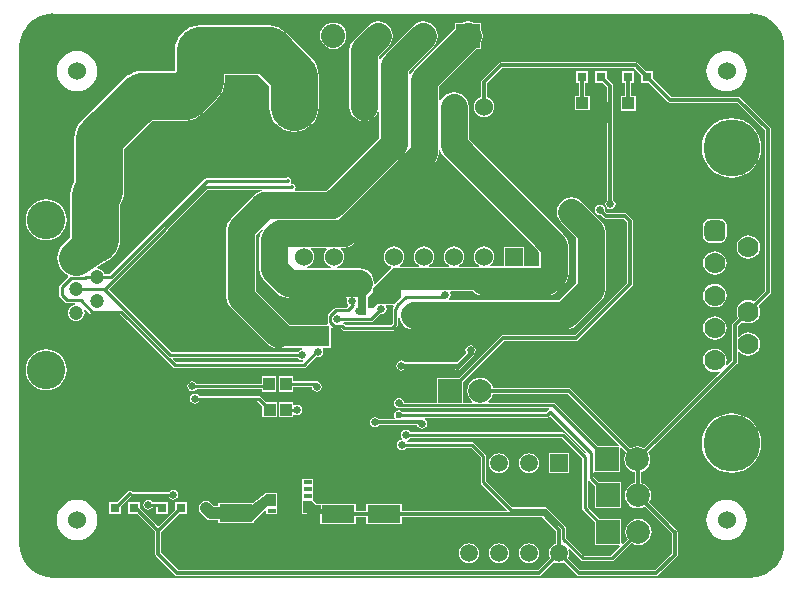
<source format=gtl>
G04 Layer_Physical_Order=1*
G04 Layer_Color=25308*
%FSLAX24Y24*%
%MOIN*%
G70*
G01*
G75*
%ADD10R,0.0315X0.1181*%
%ADD11R,0.0295X0.0157*%
%ADD12R,0.1102X0.0591*%
%ADD13R,0.0394X0.0433*%
%ADD14R,0.0413X0.0394*%
%ADD15R,0.0315X0.0315*%
%ADD16C,0.0100*%
%ADD17C,0.0492*%
%ADD18C,0.1575*%
%ADD19C,0.0886*%
%ADD20C,0.0118*%
%ADD21C,0.0394*%
%ADD22C,0.0157*%
%ADD23C,0.0197*%
%ADD24C,0.0887*%
%ADD25C,0.1181*%
%ADD26C,0.0591*%
%ADD27C,0.0689*%
%ADD28R,0.1319X0.1319*%
%ADD29R,0.6451X0.1306*%
%ADD30R,0.0870X0.2572*%
%ADD31R,0.1772X0.0709*%
%ADD32R,0.0315X0.0827*%
%ADD33R,0.2749X0.0732*%
%ADD34C,0.0600*%
%ADD35C,0.0472*%
%ADD36C,0.1280*%
%ADD37C,0.0591*%
%ADD38R,0.0591X0.0591*%
%ADD39C,0.0700*%
G04:AMPARAMS|DCode=40|XSize=70mil|YSize=70mil|CornerRadius=17.5mil|HoleSize=0mil|Usage=FLASHONLY|Rotation=90.000|XOffset=0mil|YOffset=0mil|HoleType=Round|Shape=RoundedRectangle|*
%AMROUNDEDRECTD40*
21,1,0.0700,0.0350,0,0,90.0*
21,1,0.0350,0.0700,0,0,90.0*
1,1,0.0350,0.0175,0.0175*
1,1,0.0350,0.0175,-0.0175*
1,1,0.0350,-0.0175,-0.0175*
1,1,0.0350,-0.0175,0.0175*
%
%ADD40ROUNDEDRECTD40*%
%ADD41C,0.1900*%
%ADD42R,0.0600X0.0600*%
%ADD43C,0.0787*%
%ADD44R,0.0787X0.0787*%
%ADD45C,0.1378*%
%ADD46R,0.1378X0.1378*%
%ADD47C,0.0800*%
%ADD48R,0.0800X0.0800*%
%ADD49C,0.0394*%
%ADD50C,0.0256*%
%ADD51C,0.0236*%
%ADD52C,0.0138*%
%ADD53C,0.0252*%
G36*
X28525Y44827D02*
X28699Y44785D01*
X28864Y44717D01*
X29017Y44623D01*
X29153Y44507D01*
X29269Y44371D01*
X29362Y44218D01*
X29431Y44053D01*
X29473Y43879D01*
X29486Y43708D01*
X29483Y43701D01*
Y27165D01*
X29486Y27158D01*
X29473Y26987D01*
X29431Y26813D01*
X29362Y26648D01*
X29269Y26495D01*
X29153Y26359D01*
X29017Y26243D01*
X28864Y26149D01*
X28699Y26081D01*
X28525Y26039D01*
X28353Y26026D01*
X28346Y26028D01*
X5118D01*
X5111Y26026D01*
X4940Y26039D01*
X4766Y26081D01*
X4600Y26149D01*
X4448Y26243D01*
X4312Y26359D01*
X4196Y26495D01*
X4102Y26648D01*
X4034Y26813D01*
X3992Y26987D01*
X3978Y27158D01*
X3981Y27165D01*
Y43651D01*
X3982Y43701D01*
X3982D01*
X3982D01*
X3983D01*
X3985Y43701D01*
X3985Y43701D01*
X3985D01*
X3985D01*
D01*
X3985Y43701D01*
Y43701D01*
X3984Y43714D01*
X3984Y43718D01*
X3984Y43723D01*
X3984Y43723D01*
X3983Y43726D01*
X3983Y43738D01*
X3983Y43739D01*
X3983Y43739D01*
X3982Y43747D01*
X3982Y43751D01*
X3986Y43799D01*
X3992Y43879D01*
X4034Y44053D01*
X4102Y44218D01*
X4196Y44371D01*
X4312Y44507D01*
X4448Y44623D01*
X4600Y44717D01*
X4766Y44785D01*
X4940Y44827D01*
X5111Y44841D01*
X5118Y44838D01*
X28346D01*
X28353Y44841D01*
X28525Y44827D01*
D02*
G37*
%LPC*%
G36*
X13114Y31885D02*
X12641D01*
Y31373D01*
X13114D01*
Y31449D01*
X13164Y31476D01*
X13180Y31464D01*
X13246Y31451D01*
X13311Y31464D01*
X13366Y31501D01*
X13403Y31557D01*
X13416Y31622D01*
X13403Y31687D01*
X13366Y31743D01*
X13311Y31780D01*
X13246Y31793D01*
X13180Y31780D01*
X13164Y31769D01*
X13114Y31795D01*
Y31885D01*
D02*
G37*
G36*
X13103Y32748D02*
X12630D01*
Y32236D01*
X13103D01*
Y32401D01*
X13728D01*
X13741Y32338D01*
X13778Y32283D01*
X13833Y32246D01*
X13898Y32233D01*
X13964Y32246D01*
X14019Y32283D01*
X14056Y32338D01*
X14069Y32404D01*
X14056Y32469D01*
X14019Y32524D01*
X13964Y32561D01*
X13898Y32574D01*
X13845Y32564D01*
X13827Y32576D01*
X13792Y32583D01*
X13103D01*
Y32748D01*
D02*
G37*
G36*
X27725Y31513D02*
X27531Y31493D01*
X27345Y31437D01*
X27173Y31345D01*
X27022Y31221D01*
X26899Y31071D01*
X26807Y30899D01*
X26750Y30712D01*
X26731Y30518D01*
X26750Y30324D01*
X26807Y30138D01*
X26899Y29966D01*
X27022Y29815D01*
X27173Y29692D01*
X27345Y29600D01*
X27531Y29543D01*
X27725Y29524D01*
X27919Y29543D01*
X28106Y29600D01*
X28278Y29692D01*
X28428Y29815D01*
X28552Y29966D01*
X28644Y30138D01*
X28700Y30324D01*
X28720Y30518D01*
X28700Y30712D01*
X28644Y30899D01*
X28552Y31071D01*
X28428Y31221D01*
X28278Y31345D01*
X28106Y31437D01*
X27919Y31493D01*
X27725Y31513D01*
D02*
G37*
G36*
X9843Y32167D02*
X9778Y32154D01*
X9723Y32117D01*
X9687Y32063D01*
X9674Y31998D01*
X9687Y31934D01*
X9723Y31879D01*
X9778Y31842D01*
X9843Y31829D01*
X9907Y31842D01*
X9962Y31879D01*
X9980Y31907D01*
X11919D01*
X12090Y31736D01*
Y31373D01*
X12563D01*
Y31885D01*
X12199D01*
X12022Y32062D01*
X11992Y32082D01*
X11957Y32089D01*
X9980D01*
X9962Y32117D01*
X9907Y32154D01*
X9843Y32167D01*
D02*
G37*
G36*
X19027Y33781D02*
X18961Y33768D01*
X18906Y33731D01*
X18869Y33676D01*
X18856Y33611D01*
X18869Y33545D01*
X18874Y33538D01*
X18557Y33220D01*
X18547Y33222D01*
X18547Y33222D01*
X16844D01*
X16844Y33223D01*
X16789Y33260D01*
X16723Y33273D01*
X16658Y33260D01*
X16603Y33223D01*
X16566Y33167D01*
X16553Y33102D01*
X16566Y33037D01*
X16603Y32981D01*
X16658Y32944D01*
X16723Y32931D01*
X16789Y32944D01*
X16844Y32981D01*
X16844Y32982D01*
X18499D01*
X18532Y32960D01*
X18578Y32950D01*
X18624Y32960D01*
X18663Y32986D01*
X19112Y33435D01*
X19112Y33435D01*
X19128Y33458D01*
X19138Y33474D01*
X19140Y33485D01*
X19147Y33490D01*
X19184Y33545D01*
X19197Y33611D01*
X19184Y33676D01*
X19147Y33731D01*
X19092Y33768D01*
X19027Y33781D01*
D02*
G37*
G36*
X27165Y34751D02*
X27064Y34738D01*
X26969Y34699D01*
X26888Y34636D01*
X26825Y34555D01*
X26786Y34460D01*
X26773Y34358D01*
X26786Y34257D01*
X26825Y34162D01*
X26888Y34081D01*
X26969Y34018D01*
X27064Y33979D01*
X27165Y33966D01*
X27267Y33979D01*
X27362Y34018D01*
X27443Y34081D01*
X27505Y34162D01*
X27545Y34257D01*
X27558Y34358D01*
X27545Y34460D01*
X27505Y34555D01*
X27443Y34636D01*
X27362Y34699D01*
X27267Y34738D01*
X27165Y34751D01*
D02*
G37*
G36*
X4882Y33643D02*
X4749Y33630D01*
X4621Y33591D01*
X4503Y33528D01*
X4399Y33443D01*
X4314Y33340D01*
X4251Y33222D01*
X4212Y33094D01*
X4199Y32961D01*
X4212Y32827D01*
X4251Y32699D01*
X4314Y32581D01*
X4399Y32478D01*
X4503Y32393D01*
X4621Y32330D01*
X4749Y32291D01*
X4882Y32278D01*
X5015Y32291D01*
X5143Y32330D01*
X5261Y32393D01*
X5365Y32478D01*
X5449Y32581D01*
X5513Y32699D01*
X5551Y32827D01*
X5565Y32961D01*
X5551Y33094D01*
X5513Y33222D01*
X5449Y33340D01*
X5365Y33443D01*
X5261Y33528D01*
X5143Y33591D01*
X5015Y33630D01*
X4882Y33643D01*
D02*
G37*
G36*
X12552Y32748D02*
X12079D01*
Y32503D01*
X9892D01*
X9873Y32531D01*
X9818Y32567D01*
X9754Y32580D01*
X9689Y32567D01*
X9635Y32531D01*
X9598Y32476D01*
X9585Y32411D01*
X9598Y32347D01*
X9635Y32292D01*
X9689Y32256D01*
X9754Y32243D01*
X9818Y32256D01*
X9873Y32292D01*
X9892Y32320D01*
X12079D01*
Y32236D01*
X12552D01*
Y32748D01*
D02*
G37*
G36*
X20972Y27184D02*
X20885Y27172D01*
X20804Y27139D01*
X20734Y27085D01*
X20680Y27015D01*
X20646Y26934D01*
X20635Y26846D01*
X20646Y26759D01*
X20680Y26678D01*
X20734Y26608D01*
X20804Y26554D01*
X20885Y26520D01*
X20972Y26509D01*
X21060Y26520D01*
X21141Y26554D01*
X21211Y26608D01*
X21265Y26678D01*
X21298Y26759D01*
X21310Y26846D01*
X21298Y26934D01*
X21265Y27015D01*
X21211Y27085D01*
X21141Y27139D01*
X21060Y27172D01*
X20972Y27184D01*
D02*
G37*
G36*
X5906Y28625D02*
X5774Y28612D01*
X5648Y28574D01*
X5532Y28512D01*
X5430Y28428D01*
X5346Y28326D01*
X5284Y28210D01*
X5246Y28084D01*
X5233Y27953D01*
X5246Y27822D01*
X5284Y27695D01*
X5346Y27579D01*
X5430Y27477D01*
X5532Y27394D01*
X5648Y27331D01*
X5774Y27293D01*
X5906Y27280D01*
X6037Y27293D01*
X6163Y27331D01*
X6279Y27394D01*
X6381Y27477D01*
X6465Y27579D01*
X6527Y27695D01*
X6565Y27822D01*
X6578Y27953D01*
X6565Y28084D01*
X6527Y28210D01*
X6465Y28326D01*
X6381Y28428D01*
X6279Y28512D01*
X6163Y28574D01*
X6037Y28612D01*
X5906Y28625D01*
D02*
G37*
G36*
X18972Y27184D02*
X18885Y27172D01*
X18804Y27139D01*
X18734Y27085D01*
X18680Y27015D01*
X18646Y26934D01*
X18635Y26846D01*
X18646Y26759D01*
X18680Y26678D01*
X18734Y26608D01*
X18804Y26554D01*
X18885Y26520D01*
X18972Y26509D01*
X19060Y26520D01*
X19141Y26554D01*
X19211Y26608D01*
X19265Y26678D01*
X19298Y26759D01*
X19310Y26846D01*
X19298Y26934D01*
X19265Y27015D01*
X19211Y27085D01*
X19141Y27139D01*
X19060Y27172D01*
X18972Y27184D01*
D02*
G37*
G36*
X19972D02*
X19885Y27172D01*
X19804Y27139D01*
X19734Y27085D01*
X19680Y27015D01*
X19646Y26934D01*
X19635Y26846D01*
X19646Y26759D01*
X19680Y26678D01*
X19734Y26608D01*
X19804Y26554D01*
X19885Y26520D01*
X19972Y26509D01*
X20060Y26520D01*
X20141Y26554D01*
X20211Y26608D01*
X20265Y26678D01*
X20298Y26759D01*
X20310Y26846D01*
X20298Y26934D01*
X20265Y27015D01*
X20211Y27085D01*
X20141Y27139D01*
X20060Y27172D01*
X19972Y27184D01*
D02*
G37*
G36*
X12539Y28862D02*
X12244D01*
X12236Y28858D01*
X12205D01*
Y28842D01*
X11785Y28524D01*
X10610D01*
Y28430D01*
X10473D01*
X10368Y28535D01*
X10290Y28587D01*
X10198Y28605D01*
X10105Y28587D01*
X10027Y28535D01*
X9975Y28457D01*
X9957Y28365D01*
X9975Y28272D01*
X10027Y28194D01*
X10203Y28019D01*
X10281Y27966D01*
X10373Y27948D01*
X10610D01*
Y27854D01*
X11791D01*
Y27912D01*
X12159Y28279D01*
X12205Y28260D01*
Y28150D01*
X12579D01*
Y28379D01*
X12582Y28425D01*
Y28425D01*
X12582Y28471D01*
Y28819D01*
X12579Y28827D01*
Y28858D01*
X12547D01*
X12539Y28862D01*
D02*
G37*
G36*
X9117Y28970D02*
X9051Y28957D01*
X8996Y28920D01*
X8976Y28890D01*
X7742D01*
X7725Y28907D01*
X7696Y28926D01*
X7661Y28933D01*
X7626Y28926D01*
X7597Y28907D01*
X7233Y28543D01*
X6969D01*
Y28150D01*
X7362D01*
Y28414D01*
X7665Y28718D01*
X7669Y28715D01*
X7704Y28708D01*
X8976D01*
X8996Y28679D01*
X9051Y28642D01*
X9117Y28629D01*
X9182Y28642D01*
X9237Y28679D01*
X9274Y28734D01*
X9287Y28799D01*
X9274Y28865D01*
X9237Y28920D01*
X9182Y28957D01*
X9117Y28970D01*
D02*
G37*
G36*
X27559Y28625D02*
X27428Y28612D01*
X27302Y28574D01*
X27185Y28512D01*
X27084Y28428D01*
X27000Y28326D01*
X26938Y28210D01*
X26899Y28084D01*
X26887Y27953D01*
X26899Y27822D01*
X26938Y27695D01*
X27000Y27579D01*
X27084Y27477D01*
X27185Y27394D01*
X27302Y27331D01*
X27428Y27293D01*
X27559Y27280D01*
X27690Y27293D01*
X27816Y27331D01*
X27933Y27394D01*
X28035Y27477D01*
X28118Y27579D01*
X28180Y27695D01*
X28219Y27822D01*
X28232Y27953D01*
X28219Y28084D01*
X28180Y28210D01*
X28118Y28326D01*
X28035Y28428D01*
X27933Y28512D01*
X27816Y28574D01*
X27690Y28612D01*
X27559Y28625D01*
D02*
G37*
G36*
X8287Y28635D02*
X8222Y28622D01*
X8167Y28585D01*
X8130Y28530D01*
X8117Y28465D01*
X8130Y28399D01*
X8167Y28344D01*
X8222Y28307D01*
X8287Y28294D01*
X8353Y28307D01*
X8408Y28344D01*
X8428Y28373D01*
X8543D01*
Y28150D01*
X8937D01*
Y28543D01*
X8684D01*
X8676Y28549D01*
X8641Y28556D01*
X8428D01*
X8408Y28585D01*
X8353Y28622D01*
X8287Y28635D01*
D02*
G37*
G36*
X27165Y35831D02*
X27064Y35818D01*
X26969Y35779D01*
X26888Y35716D01*
X26825Y35635D01*
X26786Y35540D01*
X26773Y35438D01*
X26786Y35337D01*
X26825Y35242D01*
X26888Y35161D01*
X26969Y35098D01*
X27064Y35059D01*
X27165Y35046D01*
X27267Y35059D01*
X27362Y35098D01*
X27443Y35161D01*
X27505Y35242D01*
X27545Y35337D01*
X27558Y35438D01*
X27545Y35540D01*
X27505Y35635D01*
X27443Y35716D01*
X27362Y35779D01*
X27267Y35818D01*
X27165Y35831D01*
D02*
G37*
G36*
X28285Y37451D02*
X28184Y37438D01*
X28089Y37399D01*
X28008Y37336D01*
X27945Y37255D01*
X27906Y37160D01*
X27893Y37058D01*
X27906Y36957D01*
X27945Y36862D01*
X28008Y36781D01*
X28089Y36718D01*
X28184Y36679D01*
X28285Y36666D01*
X28387Y36679D01*
X28482Y36718D01*
X28563Y36781D01*
X28625Y36862D01*
X28665Y36957D01*
X28678Y37058D01*
X28665Y37160D01*
X28625Y37255D01*
X28563Y37336D01*
X28482Y37399D01*
X28387Y37438D01*
X28285Y37451D01*
D02*
G37*
G36*
X4882Y38643D02*
X4749Y38630D01*
X4621Y38591D01*
X4503Y38528D01*
X4399Y38443D01*
X4314Y38340D01*
X4251Y38222D01*
X4212Y38094D01*
X4199Y37961D01*
X4212Y37827D01*
X4251Y37699D01*
X4314Y37581D01*
X4399Y37478D01*
X4503Y37393D01*
X4621Y37330D01*
X4749Y37291D01*
X4882Y37278D01*
X5015Y37291D01*
X5143Y37330D01*
X5261Y37393D01*
X5365Y37478D01*
X5449Y37581D01*
X5513Y37699D01*
X5551Y37827D01*
X5565Y37961D01*
X5551Y38094D01*
X5513Y38222D01*
X5449Y38340D01*
X5365Y38443D01*
X5261Y38528D01*
X5143Y38591D01*
X5015Y38630D01*
X4882Y38643D01*
D02*
G37*
G36*
X14447Y44538D02*
X14332Y44523D01*
X14225Y44478D01*
X14133Y44408D01*
X14063Y44316D01*
X14019Y44209D01*
X14004Y44094D01*
X14019Y43980D01*
X14063Y43873D01*
X14133Y43781D01*
X14225Y43711D01*
X14332Y43666D01*
X14447Y43651D01*
X14562Y43666D01*
X14668Y43711D01*
X14760Y43781D01*
X14831Y43873D01*
X14875Y43980D01*
X14890Y44094D01*
X14875Y44209D01*
X14831Y44316D01*
X14760Y44408D01*
X14668Y44478D01*
X14562Y44523D01*
X14447Y44538D01*
D02*
G37*
G36*
X23575Y42919D02*
X23181D01*
Y42525D01*
X23433D01*
X23587Y42371D01*
Y38618D01*
X23567Y38605D01*
X23530Y38550D01*
X23517Y38484D01*
X23530Y38419D01*
X23567Y38364D01*
X23623Y38327D01*
X23688Y38314D01*
X23753Y38327D01*
X23808Y38364D01*
X23845Y38419D01*
X23858Y38484D01*
X23845Y38550D01*
X23808Y38605D01*
X23788Y38618D01*
Y42412D01*
X23782Y42444D01*
X23781Y42451D01*
X23759Y42483D01*
X23575Y42667D01*
Y42919D01*
D02*
G37*
G36*
X27340Y37992D02*
X26990D01*
X26907Y37975D01*
X26836Y37928D01*
X26788Y37857D01*
X26772Y37773D01*
Y37423D01*
X26788Y37340D01*
X26836Y37269D01*
X26907Y37221D01*
X26990Y37205D01*
X27340D01*
X27424Y37221D01*
X27495Y37269D01*
X27542Y37340D01*
X27559Y37423D01*
Y37773D01*
X27542Y37857D01*
X27495Y37928D01*
X27424Y37975D01*
X27340Y37992D01*
D02*
G37*
G36*
X27725Y41353D02*
X27531Y41333D01*
X27345Y41277D01*
X27173Y41185D01*
X27022Y41061D01*
X26899Y40911D01*
X26807Y40739D01*
X26750Y40552D01*
X26731Y40358D01*
X26750Y40164D01*
X26807Y39978D01*
X26899Y39806D01*
X27022Y39655D01*
X27173Y39532D01*
X27345Y39440D01*
X27531Y39383D01*
X27725Y39364D01*
X27919Y39383D01*
X28106Y39440D01*
X28278Y39532D01*
X28428Y39655D01*
X28552Y39806D01*
X28644Y39978D01*
X28700Y40164D01*
X28720Y40358D01*
X28700Y40552D01*
X28644Y40739D01*
X28552Y40911D01*
X28428Y41061D01*
X28278Y41185D01*
X28106Y41277D01*
X27919Y41333D01*
X27725Y41353D01*
D02*
G37*
G36*
X18947Y44582D02*
X18821Y44565D01*
X18746Y44534D01*
X18507D01*
Y44344D01*
X17128Y42964D01*
X17051Y42864D01*
X17009Y42764D01*
X16959Y42774D01*
Y42919D01*
X17791Y43751D01*
X17868Y43851D01*
X17917Y43969D01*
X17933Y44094D01*
X17917Y44220D01*
X17868Y44338D01*
X17791Y44438D01*
X17690Y44516D01*
X17573Y44564D01*
X17447Y44581D01*
X17321Y44564D01*
X17204Y44516D01*
X17103Y44438D01*
X16191Y43527D01*
X16165Y43493D01*
X16128Y43464D01*
X16051Y43364D01*
X16009Y43263D01*
X15959Y43273D01*
Y43419D01*
X16291Y43751D01*
X16368Y43851D01*
X16417Y43969D01*
X16433Y44094D01*
X16417Y44220D01*
X16368Y44338D01*
X16291Y44438D01*
X16190Y44516D01*
X16073Y44564D01*
X15947Y44581D01*
X15821Y44564D01*
X15704Y44516D01*
X15603Y44438D01*
X15128Y43964D01*
X15051Y43863D01*
X15003Y43746D01*
X14986Y43620D01*
X14986Y43620D01*
Y41732D01*
X15003Y41606D01*
X15051Y41489D01*
X15128Y41388D01*
X15229Y41311D01*
X15347Y41262D01*
X15472Y41246D01*
X15598Y41262D01*
X15716Y41311D01*
X15816Y41388D01*
X15894Y41489D01*
X15936Y41591D01*
X15986Y41581D01*
Y40693D01*
X14219Y38926D01*
X13173D01*
X13157Y38976D01*
X13159Y38977D01*
X13183Y39013D01*
X13191Y39055D01*
X13183Y39097D01*
X13159Y39133D01*
X13123Y39157D01*
X13081Y39166D01*
X13054Y39160D01*
X13054Y39160D01*
X13029Y39206D01*
X13045Y39229D01*
X13053Y39272D01*
X13045Y39314D01*
X13021Y39350D01*
X12985Y39374D01*
X12943Y39382D01*
X12901Y39374D01*
X12884Y39363D01*
X10236D01*
X10201Y39356D01*
X10172Y39336D01*
X6986Y36150D01*
X6843D01*
X6823Y36198D01*
X6779Y36256D01*
X6722Y36300D01*
X6655Y36328D01*
X6597Y36335D01*
X6582Y36382D01*
X6582Y36385D01*
X6892Y36587D01*
X6977Y36632D01*
X7103Y36735D01*
X7207Y36861D01*
X7283Y37005D01*
X7331Y37161D01*
X7347Y37323D01*
Y38468D01*
X7411Y38590D01*
X7459Y38745D01*
X7474Y38907D01*
Y40330D01*
X8411Y41266D01*
X9510D01*
X9672Y41282D01*
X9828Y41329D01*
X9972Y41406D01*
X10097Y41509D01*
X10582Y41994D01*
X10685Y42120D01*
X10762Y42263D01*
X10809Y42419D01*
X10825Y42581D01*
X10825Y42581D01*
Y42782D01*
X11949D01*
X12310Y42421D01*
Y41732D01*
X12326Y41570D01*
X12373Y41414D01*
X12450Y41271D01*
X12553Y41145D01*
X12679Y41042D01*
X12823Y40965D01*
X12978Y40917D01*
X13141Y40902D01*
X13303Y40917D01*
X13458Y40965D01*
X13602Y41042D01*
X13728Y41145D01*
X13831Y41271D01*
X13908Y41414D01*
X13955Y41570D01*
X13971Y41732D01*
Y42765D01*
X13955Y42927D01*
X13908Y43083D01*
X13831Y43227D01*
X13728Y43352D01*
X12880Y44200D01*
X12754Y44303D01*
X12611Y44380D01*
X12455Y44427D01*
X12293Y44443D01*
X9994D01*
X9832Y44427D01*
X9676Y44380D01*
X9533Y44303D01*
X9407Y44200D01*
X9304Y44074D01*
X9227Y43931D01*
X9180Y43775D01*
X9164Y43613D01*
Y42928D01*
X8067D01*
X7905Y42912D01*
X7749Y42864D01*
X7699Y42838D01*
X7605Y42788D01*
X7479Y42684D01*
X6056Y41261D01*
X5953Y41135D01*
X5876Y40992D01*
X5829Y40836D01*
X5813Y40674D01*
Y39219D01*
X5748Y39097D01*
X5701Y38942D01*
X5685Y38780D01*
Y37387D01*
X5434Y37137D01*
X5356Y37041D01*
X5297Y36931D01*
X5261Y36812D01*
X5249Y36689D01*
X5261Y36565D01*
X5297Y36447D01*
X5356Y36337D01*
X5434Y36241D01*
X5530Y36163D01*
X5610Y36120D01*
X5615Y36107D01*
X5616Y36060D01*
X5329Y35773D01*
X5310Y35744D01*
X5303Y35709D01*
Y35453D01*
X5310Y35418D01*
X5329Y35388D01*
X5506Y35211D01*
X5536Y35191D01*
X5571Y35184D01*
X5848D01*
X5851Y35183D01*
X5849Y35155D01*
X5838Y35130D01*
X5810Y35127D01*
X5743Y35099D01*
X5685Y35055D01*
X5641Y34997D01*
X5613Y34930D01*
X5604Y34858D01*
X5613Y34786D01*
X5641Y34719D01*
X5685Y34662D01*
X5743Y34618D01*
X5810Y34590D01*
X5882Y34580D01*
X5954Y34590D01*
X6021Y34618D01*
X6078Y34662D01*
X6123Y34719D01*
X6150Y34786D01*
X6160Y34858D01*
X6150Y34930D01*
X6137Y34963D01*
X6179Y34991D01*
X6333Y34837D01*
X6353Y34824D01*
X6363Y34817D01*
X6398Y34810D01*
X7340D01*
X9095Y33056D01*
X9125Y33036D01*
X9159Y33029D01*
X13461D01*
X13496Y33036D01*
X13525Y33056D01*
X13869Y33399D01*
X13874Y33396D01*
X13939Y33383D01*
X14005Y33396D01*
X14060Y33433D01*
X14097Y33488D01*
X14110Y33553D01*
X14097Y33618D01*
X14091Y33628D01*
X14117Y33678D01*
X14321D01*
X14351Y33690D01*
X14363Y33720D01*
Y34357D01*
X14392Y34369D01*
X14413Y34373D01*
X14432Y34361D01*
X14442Y34354D01*
X14477Y34347D01*
X14697D01*
X14758Y34286D01*
X14788Y34266D01*
X14823Y34259D01*
X16398D01*
X16433Y34266D01*
X16462Y34286D01*
X16582Y34406D01*
X16602Y34435D01*
X16609Y34470D01*
Y34694D01*
X16659Y34698D01*
X16663Y34667D01*
X16711Y34550D01*
X16789Y34449D01*
X16889Y34372D01*
X17007Y34323D01*
X17133Y34307D01*
X22190D01*
X22190Y34307D01*
X22316Y34323D01*
X22433Y34372D01*
X22534Y34449D01*
X23386Y35302D01*
X23386Y35302D01*
X23463Y35402D01*
X23512Y35520D01*
X23529Y35646D01*
X23529Y35646D01*
Y37569D01*
X23529Y37569D01*
X23512Y37695D01*
X23463Y37813D01*
X23386Y37913D01*
X22731Y38568D01*
X22631Y38645D01*
X22513Y38694D01*
X22387Y38710D01*
X22262Y38694D01*
X22144Y38645D01*
X22043Y38568D01*
X21966Y38467D01*
X21918Y38350D01*
X21901Y38224D01*
X21918Y38098D01*
X21966Y37981D01*
X22043Y37880D01*
X22556Y37368D01*
Y35847D01*
X21988Y35280D01*
X18325D01*
X18310Y35318D01*
X18308Y35330D01*
X18344Y35383D01*
X18357Y35448D01*
X18344Y35514D01*
X18337Y35524D01*
X18364Y35574D01*
X19115D01*
X19204Y35505D01*
X19321Y35457D01*
X19447Y35440D01*
X21566D01*
X21566Y35440D01*
X21692Y35457D01*
X21809Y35505D01*
X21910Y35583D01*
X22153Y35826D01*
X22153Y35826D01*
X22197Y35883D01*
X22230Y35927D01*
X22279Y36044D01*
X22295Y36170D01*
Y37105D01*
X22279Y37231D01*
X22230Y37348D01*
X22153Y37449D01*
X22153Y37449D01*
X18959Y40643D01*
Y41732D01*
X18942Y41858D01*
X18894Y41976D01*
X18816Y42076D01*
X18716Y42154D01*
X18598Y42202D01*
X18472Y42219D01*
X18347Y42202D01*
X18229Y42154D01*
X18128Y42076D01*
X18051Y41976D01*
X18009Y41873D01*
X17959Y41883D01*
Y42418D01*
X19196Y43655D01*
X19386D01*
Y43893D01*
X19417Y43968D01*
X19434Y44094D01*
X19417Y44221D01*
X19386Y44296D01*
Y44534D01*
X19148D01*
X19073Y44565D01*
X18947Y44582D01*
D02*
G37*
G36*
X22945Y42919D02*
X22551D01*
Y42525D01*
X22649D01*
Y42085D01*
X22504D01*
Y41613D01*
X22996D01*
Y42085D01*
X22850D01*
Y42525D01*
X22945D01*
Y42919D01*
D02*
G37*
G36*
X5906Y43586D02*
X5774Y43573D01*
X5648Y43535D01*
X5532Y43473D01*
X5430Y43389D01*
X5346Y43287D01*
X5284Y43171D01*
X5246Y43045D01*
X5233Y42913D01*
X5246Y42782D01*
X5284Y42656D01*
X5346Y42540D01*
X5430Y42438D01*
X5532Y42354D01*
X5648Y42292D01*
X5774Y42254D01*
X5906Y42241D01*
X6037Y42254D01*
X6163Y42292D01*
X6279Y42354D01*
X6381Y42438D01*
X6465Y42540D01*
X6527Y42656D01*
X6565Y42782D01*
X6578Y42913D01*
X6565Y43045D01*
X6527Y43171D01*
X6465Y43287D01*
X6381Y43389D01*
X6279Y43473D01*
X6163Y43535D01*
X6037Y43573D01*
X5906Y43586D01*
D02*
G37*
G36*
X27559D02*
X27428Y43573D01*
X27302Y43535D01*
X27185Y43473D01*
X27084Y43389D01*
X27000Y43287D01*
X26938Y43171D01*
X26899Y43045D01*
X26887Y42913D01*
X26899Y42782D01*
X26938Y42656D01*
X27000Y42540D01*
X27084Y42438D01*
X27185Y42354D01*
X27302Y42292D01*
X27428Y42254D01*
X27559Y42241D01*
X27690Y42254D01*
X27816Y42292D01*
X27933Y42354D01*
X28035Y42438D01*
X28118Y42540D01*
X28180Y42656D01*
X28219Y42782D01*
X28232Y42913D01*
X28219Y43045D01*
X28180Y43171D01*
X28118Y43287D01*
X28035Y43389D01*
X27933Y43473D01*
X27816Y43535D01*
X27690Y43573D01*
X27559Y43586D01*
D02*
G37*
G36*
X27165Y36911D02*
X27064Y36898D01*
X26969Y36859D01*
X26888Y36796D01*
X26825Y36715D01*
X26786Y36620D01*
X26773Y36518D01*
X26786Y36417D01*
X26825Y36322D01*
X26888Y36241D01*
X26969Y36178D01*
X27064Y36139D01*
X27165Y36126D01*
X27267Y36139D01*
X27362Y36178D01*
X27443Y36241D01*
X27505Y36322D01*
X27545Y36417D01*
X27558Y36518D01*
X27545Y36620D01*
X27505Y36715D01*
X27443Y36796D01*
X27362Y36859D01*
X27267Y36898D01*
X27165Y36911D01*
D02*
G37*
G36*
X24477Y42928D02*
X24083D01*
Y42534D01*
X24180D01*
Y42105D01*
X24054D01*
Y41593D01*
X24526D01*
Y42105D01*
X24380D01*
Y42534D01*
X24477D01*
Y42928D01*
D02*
G37*
G36*
X24530Y43212D02*
X20030D01*
X19992Y43204D01*
X19959Y43182D01*
X19401Y42625D01*
X19380Y42592D01*
X19372Y42554D01*
Y42058D01*
X19301Y42029D01*
X19230Y41974D01*
X19176Y41903D01*
X19142Y41821D01*
X19130Y41732D01*
X19142Y41644D01*
X19176Y41561D01*
X19230Y41490D01*
X19301Y41436D01*
X19384Y41402D01*
X19472Y41390D01*
X19561Y41402D01*
X19644Y41436D01*
X19714Y41490D01*
X19769Y41561D01*
X19803Y41644D01*
X19815Y41732D01*
X19803Y41821D01*
X19769Y41903D01*
X19714Y41974D01*
X19644Y42029D01*
X19573Y42058D01*
Y42512D01*
X20071Y43011D01*
X24488D01*
X24713Y42786D01*
Y42534D01*
X24965D01*
X25604Y41895D01*
X25626Y41880D01*
X25637Y41873D01*
X25675Y41865D01*
X27912D01*
X28837Y40941D01*
Y35592D01*
X28483Y35238D01*
X28482Y35239D01*
X28387Y35278D01*
X28285Y35291D01*
X28184Y35278D01*
X28089Y35239D01*
X28008Y35176D01*
X27945Y35095D01*
X27906Y35000D01*
X27893Y34898D01*
X27906Y34797D01*
X27945Y34702D01*
X27946Y34701D01*
X27764Y34519D01*
X27742Y34486D01*
X27734Y34448D01*
Y33274D01*
X27572Y33111D01*
X27529Y33140D01*
X27545Y33177D01*
X27558Y33278D01*
X27545Y33380D01*
X27505Y33475D01*
X27443Y33556D01*
X27362Y33619D01*
X27267Y33658D01*
X27165Y33671D01*
X27064Y33658D01*
X26969Y33619D01*
X26888Y33556D01*
X26825Y33475D01*
X26786Y33380D01*
X26773Y33278D01*
X26786Y33177D01*
X26825Y33082D01*
X26888Y33001D01*
X26969Y32938D01*
X27064Y32899D01*
X27165Y32886D01*
X27267Y32899D01*
X27304Y32915D01*
X27333Y32872D01*
X24811Y30351D01*
X24801Y30359D01*
X24696Y30402D01*
X24583Y30417D01*
X24470Y30402D01*
X24364Y30359D01*
X24354Y30351D01*
X22370Y32335D01*
X22338Y32356D01*
X22299Y32364D01*
X19770D01*
X19768Y32377D01*
X19725Y32482D01*
X19655Y32573D01*
X19565Y32642D01*
X19460Y32686D01*
X19346Y32701D01*
X19233Y32686D01*
X19128Y32642D01*
X19038Y32573D01*
X18968Y32482D01*
X18925Y32377D01*
X18910Y32264D01*
X18925Y32151D01*
X18968Y32045D01*
X19038Y31955D01*
X19081Y31922D01*
X19064Y31872D01*
X18780D01*
Y32555D01*
X20147Y33923D01*
X22549D01*
X22587Y33931D01*
X22620Y33952D01*
X24415Y35748D01*
X24437Y35780D01*
X24444Y35819D01*
Y37933D01*
X24437Y37971D01*
X24415Y38004D01*
X24247Y38171D01*
X24215Y38193D01*
X24176Y38201D01*
X23566D01*
X23504Y38263D01*
X23508Y38287D01*
X23495Y38353D01*
X23458Y38408D01*
X23403Y38445D01*
X23338Y38458D01*
X23273Y38445D01*
X23217Y38408D01*
X23180Y38353D01*
X23167Y38287D01*
X23180Y38222D01*
X23217Y38167D01*
X23273Y38130D01*
X23338Y38117D01*
X23362Y38122D01*
X23454Y38029D01*
X23486Y38008D01*
X23525Y38000D01*
X24135D01*
X24244Y37891D01*
Y35860D01*
X22507Y34124D01*
X20106D01*
X20068Y34116D01*
X20035Y34094D01*
X18638Y32697D01*
X17913D01*
Y31872D01*
X16810D01*
X16801Y31916D01*
X16764Y31971D01*
X16709Y32008D01*
X16644Y32021D01*
X16578Y32008D01*
X16523Y31971D01*
X16486Y31916D01*
X16473Y31850D01*
X16486Y31785D01*
X16523Y31730D01*
X16578Y31693D01*
X16644Y31680D01*
X16703Y31692D01*
X16713Y31690D01*
X21635D01*
X21640Y31640D01*
X21638Y31639D01*
X21609Y31620D01*
X21537Y31548D01*
X16762D01*
X16747Y31570D01*
X16695Y31605D01*
X16634Y31617D01*
X16572Y31605D01*
X16520Y31570D01*
X16486Y31518D01*
X16473Y31457D01*
X16486Y31395D01*
X16508Y31361D01*
X16485Y31311D01*
X15971D01*
X15957Y31331D01*
X15902Y31368D01*
X15837Y31381D01*
X15771Y31368D01*
X15716Y31331D01*
X15679Y31276D01*
X15666Y31211D01*
X15679Y31145D01*
X15716Y31090D01*
X15771Y31053D01*
X15837Y31040D01*
X15902Y31053D01*
X15957Y31090D01*
X15971Y31110D01*
X17248D01*
X17250Y31101D01*
X17287Y31046D01*
X17343Y31009D01*
X17408Y30996D01*
X17473Y31009D01*
X17529Y31046D01*
X17565Y31101D01*
X17578Y31167D01*
X17565Y31232D01*
X17529Y31287D01*
X17486Y31316D01*
X17501Y31366D01*
X21575D01*
X21610Y31373D01*
X21639Y31392D01*
X21648Y31401D01*
X21698D01*
X22909Y30191D01*
X22910Y30187D01*
X22909Y30184D01*
X22853Y30169D01*
X22171Y30852D01*
X22141Y30872D01*
X22106Y30879D01*
X17010D01*
X16991Y30908D01*
X16935Y30945D01*
X16870Y30958D01*
X16805Y30945D01*
X16749Y30908D01*
X16712Y30853D01*
X16699Y30787D01*
X16712Y30722D01*
X16740Y30681D01*
X16724Y30635D01*
X16719Y30629D01*
X16677Y30620D01*
X16622Y30583D01*
X16585Y30528D01*
X16572Y30463D01*
X16585Y30397D01*
X16622Y30342D01*
X16677Y30305D01*
X16726Y30295D01*
X16759D01*
X16808Y30305D01*
X16863Y30342D01*
X16883Y30371D01*
X19047D01*
X19358Y30061D01*
Y29226D01*
X19365Y29191D01*
X19384Y29161D01*
X20249Y28296D01*
X20230Y28250D01*
X16732D01*
Y28484D01*
X15551D01*
Y28250D01*
X15197D01*
Y28484D01*
X14063D01*
X14055Y28488D01*
X13896D01*
X13780Y28604D01*
Y28622D01*
Y28858D01*
Y29044D01*
X13780Y29094D01*
Y29094D01*
D01*
X13780Y29144D01*
Y29331D01*
X13406D01*
Y29144D01*
X13406Y29094D01*
Y29094D01*
X13406Y29044D01*
Y28858D01*
Y28622D01*
Y28591D01*
X13402Y28583D01*
Y28189D01*
X13406Y28181D01*
Y28150D01*
X13437D01*
X13445Y28146D01*
X13962D01*
X13964Y28147D01*
X14016D01*
Y27815D01*
X15197D01*
Y28049D01*
X15551D01*
Y27815D01*
X16732D01*
Y28049D01*
X21415D01*
X21872Y27592D01*
Y27167D01*
X21804Y27139D01*
X21734Y27085D01*
X21680Y27015D01*
X21646Y26934D01*
X21635Y26846D01*
X21646Y26759D01*
X21675Y26691D01*
X21266Y26281D01*
X9294D01*
X8722Y26853D01*
Y27557D01*
X9315Y28150D01*
X9567D01*
Y28543D01*
X9173D01*
Y28292D01*
X8647Y27765D01*
X8597D01*
X7992Y28370D01*
Y28543D01*
X7598D01*
Y28150D01*
X7929D01*
X8522Y27557D01*
Y26811D01*
X8529Y26773D01*
X8551Y26740D01*
X9181Y26110D01*
X9214Y26088D01*
X9220Y26087D01*
X9252Y26081D01*
X21307D01*
X21345Y26088D01*
X21378Y26110D01*
X21817Y26549D01*
X21885Y26520D01*
X21972Y26509D01*
X22060Y26520D01*
X22128Y26549D01*
X22567Y26110D01*
X22599Y26088D01*
X22638Y26081D01*
X25217D01*
X25255Y26088D01*
X25287Y26110D01*
X25898Y26720D01*
X25912Y26742D01*
X25919Y26753D01*
X25927Y26791D01*
Y27559D01*
X25919Y27597D01*
X25898Y27630D01*
X25886Y27638D01*
X24973Y28551D01*
X24981Y28561D01*
X25024Y28666D01*
X25039Y28780D01*
X25024Y28893D01*
X24981Y28998D01*
X24911Y29088D01*
X24821Y29158D01*
X24715Y29201D01*
X24703Y29203D01*
Y29561D01*
X24801Y29602D01*
X24892Y29671D01*
X24961Y29762D01*
X25005Y29867D01*
X25019Y29980D01*
X25005Y30093D01*
X24961Y30199D01*
X24953Y30209D01*
X27906Y33161D01*
X27927Y33194D01*
X27935Y33232D01*
Y33553D01*
X27985Y33570D01*
X28008Y33541D01*
X28089Y33478D01*
X28184Y33439D01*
X28285Y33426D01*
X28387Y33439D01*
X28482Y33478D01*
X28563Y33541D01*
X28625Y33622D01*
X28665Y33717D01*
X28678Y33818D01*
X28665Y33920D01*
X28625Y34015D01*
X28563Y34096D01*
X28482Y34159D01*
X28387Y34198D01*
X28285Y34211D01*
X28184Y34198D01*
X28089Y34159D01*
X28008Y34096D01*
X27985Y34067D01*
X27935Y34084D01*
Y34406D01*
X28088Y34559D01*
X28089Y34558D01*
X28184Y34519D01*
X28285Y34506D01*
X28387Y34519D01*
X28482Y34558D01*
X28563Y34621D01*
X28625Y34702D01*
X28665Y34797D01*
X28678Y34898D01*
X28665Y35000D01*
X28625Y35095D01*
X28625Y35096D01*
X29008Y35479D01*
X29030Y35512D01*
X29037Y35550D01*
Y40982D01*
X29030Y41021D01*
X29008Y41053D01*
X28024Y42037D01*
X27992Y42058D01*
X27954Y42066D01*
X25717D01*
X25107Y42676D01*
Y42928D01*
X24855D01*
X24600Y43182D01*
X24568Y43204D01*
X24530Y43212D01*
D02*
G37*
%LPD*%
G36*
X13878Y28445D02*
X14055D01*
Y28282D01*
X13962Y28189D01*
X13445D01*
Y28583D01*
X13740D01*
X13878Y28445D01*
D02*
G37*
G36*
X22744Y30021D02*
Y28346D01*
X22750Y28312D01*
X22770Y28282D01*
X23189Y27863D01*
Y27126D01*
X23989D01*
X24010Y27076D01*
X23698Y26764D01*
X22813D01*
X22212Y27366D01*
Y27695D01*
X22205Y27730D01*
X22185Y27760D01*
X21583Y28362D01*
X21553Y28382D01*
X21518Y28389D01*
X20414D01*
X19540Y29263D01*
Y30098D01*
X19533Y30133D01*
X19513Y30163D01*
X19149Y30527D01*
X19120Y30547D01*
X19085Y30554D01*
X16920D01*
X16906Y30573D01*
X16928Y30628D01*
X16935Y30630D01*
X16991Y30667D01*
X17010Y30696D01*
X22069D01*
X22744Y30021D01*
D02*
G37*
G36*
X12539Y28425D02*
X12264D01*
X12244Y28445D01*
Y28425D01*
X11752Y27933D01*
Y28445D01*
X12244Y28819D01*
X12539D01*
Y28425D01*
D02*
G37*
G36*
X24212Y30209D02*
X24204Y30199D01*
X24161Y30093D01*
X24146Y29980D01*
X24161Y29867D01*
X24204Y29762D01*
X24274Y29671D01*
X24364Y29602D01*
X24470Y29558D01*
X24502Y29554D01*
Y29203D01*
X24489Y29201D01*
X24384Y29158D01*
X24293Y29088D01*
X24224Y28998D01*
X24180Y28893D01*
X24166Y28780D01*
X24180Y28666D01*
X24224Y28561D01*
X24293Y28471D01*
X24384Y28401D01*
X24489Y28358D01*
X24602Y28343D01*
X24715Y28358D01*
X24821Y28401D01*
X24831Y28409D01*
X25726Y27514D01*
Y26833D01*
X25175Y26281D01*
X22679D01*
X22270Y26691D01*
X22298Y26759D01*
X22310Y26846D01*
X22298Y26934D01*
X22286Y26963D01*
X22329Y26991D01*
X22711Y26609D01*
X22741Y26589D01*
X22776Y26582D01*
X23736D01*
X23771Y26589D01*
X23801Y26609D01*
X24386Y27194D01*
X24404Y27181D01*
X24509Y27137D01*
X24622Y27122D01*
X24735Y27137D01*
X24840Y27181D01*
X24931Y27250D01*
X25000Y27341D01*
X25044Y27446D01*
X25059Y27559D01*
X25044Y27672D01*
X25000Y27777D01*
X24931Y27868D01*
X24840Y27937D01*
X24735Y27981D01*
X24622Y27996D01*
X24509Y27981D01*
X24404Y27937D01*
X24313Y27868D01*
X24244Y27777D01*
X24200Y27672D01*
X24185Y27559D01*
X24200Y27446D01*
X24244Y27341D01*
X24257Y27323D01*
X24105Y27171D01*
X24055Y27192D01*
Y27992D01*
X23318D01*
X22926Y28384D01*
Y29258D01*
X22942Y29269D01*
X22976Y29277D01*
X23169Y29084D01*
Y28346D01*
X24035D01*
Y29213D01*
X23298D01*
X23123Y29388D01*
Y29508D01*
X23150Y29547D01*
X23173Y29547D01*
X24016D01*
Y30340D01*
X24062Y30359D01*
X24212Y30209D01*
D02*
G37*
G36*
X12098Y37625D02*
X12046Y37557D01*
X11997Y37439D01*
X11981Y37314D01*
X11981Y37314D01*
Y36317D01*
X11981Y36317D01*
X11997Y36191D01*
X12046Y36074D01*
X12123Y35973D01*
X12582Y35514D01*
X12582Y35514D01*
X12683Y35437D01*
X12800Y35388D01*
X12926Y35371D01*
X12989Y35380D01*
X14890D01*
X14917Y35330D01*
X14911Y35321D01*
X14898Y35256D01*
X14911Y35191D01*
X14948Y35135D01*
X14950Y35134D01*
X14955Y35084D01*
X14903Y35032D01*
X14545D01*
X14510Y35025D01*
X14481Y35005D01*
X14285Y34810D01*
X14265Y34780D01*
X14258Y34746D01*
Y34565D01*
X14265Y34531D01*
X14271Y34522D01*
X14246Y34472D01*
X12969D01*
X12941Y34507D01*
X11862Y35587D01*
Y37459D01*
X12060Y37658D01*
X12098Y37625D01*
D02*
G37*
G36*
X12062Y38914D02*
X12028Y38910D01*
X11911Y38861D01*
X11810Y38784D01*
X11810Y38784D01*
X11031Y38005D01*
X10954Y37904D01*
X10905Y37787D01*
X10889Y37661D01*
X10889Y37661D01*
Y35385D01*
X10889Y35385D01*
X10905Y35260D01*
X10954Y35142D01*
X11031Y35041D01*
X12253Y33819D01*
X12354Y33742D01*
X12471Y33694D01*
X12530Y33686D01*
X12549Y33678D01*
X12590D01*
X12597Y33677D01*
X12604Y33678D01*
X13401D01*
X13406Y33628D01*
X13350Y33617D01*
X13294Y33580D01*
X13275Y33550D01*
X9055D01*
X6964Y35641D01*
X8914Y37592D01*
X8934Y37621D01*
X8940Y37649D01*
X10255Y38964D01*
X12058D01*
X12062Y38914D01*
D02*
G37*
G36*
X16722Y36329D02*
Y35394D01*
X16496Y35167D01*
X15915D01*
X15758Y35010D01*
X15591D01*
Y35364D01*
X15768Y35541D01*
Y35679D01*
X16427Y36339D01*
X16545D01*
X16703Y36348D01*
X16722Y36329D01*
D02*
G37*
G36*
X16458Y35075D02*
X16453Y35070D01*
X16434Y35040D01*
X16427Y35005D01*
Y34508D01*
X16360Y34442D01*
X14861D01*
X14799Y34503D01*
X14782Y34514D01*
X14795Y34564D01*
X15699D01*
X15734Y34571D01*
X15763Y34591D01*
X15994Y34822D01*
X16053Y34810D01*
X16118Y34823D01*
X16174Y34860D01*
X16211Y34915D01*
X16224Y34980D01*
X16211Y35046D01*
X16191Y35075D01*
X16218Y35125D01*
X16438D01*
X16458Y35075D01*
D02*
G37*
G36*
X13294Y33338D02*
X13350Y33301D01*
X13415Y33288D01*
X13434Y33292D01*
X13458Y33246D01*
X13423Y33211D01*
X9197D01*
X9087Y33322D01*
X9106Y33368D01*
X13275D01*
X13294Y33338D01*
D02*
G37*
G36*
X14239Y36981D02*
X14230Y36974D01*
X14176Y36903D01*
X14142Y36821D01*
X14130Y36732D01*
X14142Y36644D01*
X14176Y36561D01*
X14230Y36490D01*
X14301Y36436D01*
X14384Y36402D01*
X14376Y36353D01*
X13568D01*
X13561Y36402D01*
X13644Y36436D01*
X13714Y36490D01*
X13769Y36561D01*
X13803Y36644D01*
X13815Y36732D01*
X13803Y36821D01*
X13769Y36903D01*
X13714Y36974D01*
X13706Y36981D01*
X13722Y37028D01*
X13773D01*
X13800Y37025D01*
X13800Y37025D01*
X14145D01*
X14145Y37025D01*
X14172Y37028D01*
X14223D01*
X14239Y36981D01*
D02*
G37*
G36*
X23961Y30460D02*
X23942Y30413D01*
X23278D01*
X21847Y31845D01*
X21817Y31865D01*
X21782Y31872D01*
X19629D01*
X19612Y31922D01*
X19655Y31955D01*
X19725Y32045D01*
X19768Y32151D01*
X19770Y32163D01*
X22258D01*
X23961Y30460D01*
D02*
G37*
G36*
X6220Y36201D02*
Y36260D01*
Y36407D01*
Y36614D01*
X6355Y36631D01*
X6437Y36713D01*
X7008D01*
X6220Y36201D01*
D02*
G37*
G36*
X18051Y40198D02*
X18128Y40097D01*
X21323Y36903D01*
Y36413D01*
X20812D01*
Y37072D01*
X20133D01*
Y36413D01*
X19696D01*
X19679Y36463D01*
X19714Y36490D01*
X19769Y36561D01*
X19803Y36644D01*
X19815Y36732D01*
X19803Y36821D01*
X19769Y36903D01*
X19714Y36974D01*
X19644Y37029D01*
X19561Y37063D01*
X19472Y37075D01*
X19384Y37063D01*
X19301Y37029D01*
X19230Y36974D01*
X19176Y36903D01*
X19142Y36821D01*
X19130Y36732D01*
X19142Y36644D01*
X19176Y36561D01*
X19230Y36490D01*
X19295Y36441D01*
X19292Y36416D01*
X19281Y36391D01*
X18664D01*
X18653Y36416D01*
X18650Y36441D01*
X18714Y36490D01*
X18769Y36561D01*
X18803Y36644D01*
X18815Y36732D01*
X18803Y36821D01*
X18769Y36903D01*
X18714Y36974D01*
X18644Y37029D01*
X18561Y37063D01*
X18472Y37075D01*
X18384Y37063D01*
X18301Y37029D01*
X18230Y36974D01*
X18176Y36903D01*
X18142Y36821D01*
X18130Y36732D01*
X18142Y36644D01*
X18176Y36561D01*
X18230Y36490D01*
X18295Y36441D01*
X18292Y36416D01*
X18281Y36391D01*
X17664D01*
X17653Y36416D01*
X17650Y36441D01*
X17714Y36490D01*
X17769Y36561D01*
X17803Y36644D01*
X17815Y36732D01*
X17803Y36821D01*
X17769Y36903D01*
X17714Y36974D01*
X17644Y37029D01*
X17561Y37063D01*
X17472Y37075D01*
X17384Y37063D01*
X17301Y37029D01*
X17230Y36974D01*
X17176Y36903D01*
X17142Y36821D01*
X17130Y36732D01*
X17142Y36644D01*
X17176Y36561D01*
X17230Y36490D01*
X17295Y36441D01*
X17292Y36416D01*
X17281Y36391D01*
X16703D01*
X16674Y36397D01*
X16658Y36447D01*
X16714Y36490D01*
X16769Y36561D01*
X16803Y36644D01*
X16815Y36732D01*
X16803Y36821D01*
X16769Y36903D01*
X16714Y36974D01*
X16644Y37029D01*
X16561Y37063D01*
X16472Y37075D01*
X16384Y37063D01*
X16301Y37029D01*
X16230Y36974D01*
X16176Y36903D01*
X16142Y36821D01*
X16130Y36732D01*
X16142Y36644D01*
X16176Y36561D01*
X16230Y36490D01*
X16301Y36436D01*
X16370Y36407D01*
X16381Y36365D01*
X16380Y36352D01*
X15842Y35814D01*
X15797Y35836D01*
X15801Y35866D01*
X15785Y35992D01*
X15736Y36109D01*
X15659Y36210D01*
X15558Y36287D01*
X15441Y36336D01*
X15315Y36353D01*
X14568D01*
X14561Y36402D01*
X14644Y36436D01*
X14714Y36490D01*
X14769Y36561D01*
X14803Y36644D01*
X14815Y36732D01*
X14803Y36821D01*
X14769Y36903D01*
X14714Y36974D01*
X14706Y36981D01*
X14722Y37028D01*
X14773D01*
X14800Y37025D01*
X14926Y37041D01*
X15043Y37090D01*
X15144Y37167D01*
X17816Y39839D01*
X17816Y39839D01*
X17894Y39940D01*
X17942Y40058D01*
X17959Y40183D01*
X17959Y40183D01*
Y40290D01*
X18009Y40300D01*
X18051Y40198D01*
D02*
G37*
%LPC*%
G36*
X22307Y30181D02*
X21638D01*
Y29512D01*
X22307D01*
Y30181D01*
D02*
G37*
G36*
X20972Y30184D02*
X20885Y30172D01*
X20804Y30139D01*
X20734Y30085D01*
X20680Y30015D01*
X20646Y29934D01*
X20635Y29846D01*
X20646Y29759D01*
X20680Y29678D01*
X20734Y29608D01*
X20804Y29554D01*
X20885Y29520D01*
X20972Y29509D01*
X21060Y29520D01*
X21141Y29554D01*
X21211Y29608D01*
X21265Y29678D01*
X21298Y29759D01*
X21310Y29846D01*
X21298Y29934D01*
X21265Y30015D01*
X21211Y30085D01*
X21141Y30139D01*
X21060Y30172D01*
X20972Y30184D01*
D02*
G37*
G36*
X19972D02*
X19885Y30172D01*
X19804Y30139D01*
X19734Y30085D01*
X19680Y30015D01*
X19646Y29934D01*
X19635Y29846D01*
X19646Y29759D01*
X19680Y29678D01*
X19734Y29608D01*
X19804Y29554D01*
X19885Y29520D01*
X19972Y29509D01*
X20060Y29520D01*
X20141Y29554D01*
X20211Y29608D01*
X20265Y29678D01*
X20298Y29759D01*
X20310Y29846D01*
X20298Y29934D01*
X20265Y30015D01*
X20211Y30085D01*
X20141Y30139D01*
X20060Y30172D01*
X19972Y30184D01*
D02*
G37*
%LPD*%
D10*
X12942Y28740D02*
D03*
D11*
X13593Y29213D02*
D03*
Y28976D02*
D03*
Y28740D02*
D03*
Y28504D02*
D03*
Y28268D02*
D03*
X12392D02*
D03*
Y28504D02*
D03*
Y28740D02*
D03*
Y28976D02*
D03*
Y29213D02*
D03*
D12*
X11201Y29370D02*
D03*
Y28189D02*
D03*
X14606Y28150D02*
D03*
Y29331D02*
D03*
X16142Y28150D02*
D03*
Y29331D02*
D03*
D13*
X24841Y41849D02*
D03*
X24290D02*
D03*
X12867Y32492D02*
D03*
X12315D02*
D03*
X12878Y31629D02*
D03*
X12326D02*
D03*
D14*
X22750Y41849D02*
D03*
X23340D02*
D03*
D15*
X23378Y42722D02*
D03*
X22748D02*
D03*
X24910Y42731D02*
D03*
X24280D02*
D03*
X9370Y28346D02*
D03*
X8740D02*
D03*
X7795D02*
D03*
X7165D02*
D03*
D16*
X24841Y41259D02*
X24845Y41255D01*
X13141Y41732D02*
X13472D01*
X8980Y40043D02*
X9033Y39991D01*
X8850Y37656D02*
Y37688D01*
X6851Y35657D02*
X8850Y37656D01*
X6819Y35657D02*
X6851D01*
X9018Y33459D02*
X13415D01*
X6819Y35657D02*
X9018Y33459D01*
X5694Y36009D02*
X6164D01*
X5394Y35709D02*
X5694Y36009D01*
X6164D02*
X6214Y36059D01*
X6583D01*
X6398Y34902D02*
X7378D01*
X6024Y35276D02*
X6398Y34902D01*
X5571Y35276D02*
X6024D01*
X5394Y35453D02*
X5571Y35276D01*
X5394Y35453D02*
Y35709D01*
X22106Y30787D02*
X22835Y30059D01*
X16870Y30787D02*
X22106D01*
X7795Y28346D02*
X7874D01*
X12870Y29213D02*
X12942Y29140D01*
Y28340D02*
Y28740D01*
X16472Y43120D02*
X16535Y43183D01*
X23031Y29350D02*
Y30197D01*
Y29350D02*
X23602Y28780D01*
X24583Y29980D02*
X24602Y29961D01*
X6516Y38780D02*
X6644Y38907D01*
X5882Y36457D02*
Y36689D01*
X22835Y28346D02*
Y30059D01*
Y28346D02*
X23622Y27559D01*
X23736Y26673D02*
X24622Y27559D01*
X22776Y26673D02*
X23736D01*
X22121Y27328D02*
X22776Y26673D01*
X22121Y27328D02*
Y27695D01*
X21518Y28298D02*
X22121Y27695D01*
X20376Y28298D02*
X21518D01*
X19449Y29226D02*
Y30098D01*
Y29226D02*
X20376Y28298D01*
X6583Y36059D02*
X7024D01*
X5882Y35657D02*
X6819D01*
X22722Y41877D02*
X22750Y41849D01*
X22732Y42722D02*
X22750Y42705D01*
X22732Y42722D02*
Y42737D01*
X24280Y41859D02*
X24290Y41849D01*
X12867Y32492D02*
X13792D01*
X13880Y32404D01*
X13898D01*
X12884Y31622D02*
X13246D01*
X12878Y31629D02*
X12884Y31622D01*
X8723Y28363D02*
X8740Y28346D01*
X8723Y28363D02*
X8733Y28373D01*
X16580Y35106D02*
X16869Y35394D01*
X16580Y35068D02*
Y35106D01*
X16398Y34350D02*
X16518Y34470D01*
X16634Y31457D02*
X21575D01*
X21673Y31555D01*
X23031Y30197D01*
X10236Y39272D02*
X12943D01*
X7024Y36059D02*
X10236Y39272D01*
X10217Y39055D02*
X13081D01*
X8850Y37688D02*
X10217Y39055D01*
X12235Y32411D02*
X12315Y32492D01*
X9754Y32411D02*
X12235D01*
X9843Y31998D02*
X11957D01*
X12326Y31629D01*
X7165Y28346D02*
X7661Y28842D01*
X7704Y28799D01*
X9117D01*
X8641Y28465D02*
X8733Y28373D01*
X8287Y28465D02*
X8641D01*
X16518Y34470D02*
Y35005D01*
X16580Y35068D01*
X16743Y30463D02*
X19085D01*
X19449Y30098D01*
X16644Y31850D02*
X16713Y31781D01*
X21782D01*
X23583Y29980D01*
X7378Y34902D02*
X9159Y33120D01*
X13461D01*
X13918Y33577D01*
X13939Y33556D01*
Y33553D02*
Y33556D01*
X14941Y34941D02*
X15108Y35108D01*
X15069Y35148D02*
X15108Y35108D01*
X14823Y34350D02*
X16398D01*
X14567Y34656D02*
X15699D01*
X14735Y34438D02*
X14823Y34350D01*
X14545Y34941D02*
X14941D01*
X15069Y35148D02*
Y35256D01*
X14477Y34438D02*
X14735D01*
X14350Y34746D02*
X14545Y34941D01*
X14350Y34565D02*
X14477Y34438D01*
X14350Y34565D02*
Y34746D01*
X18132Y35394D02*
X18186Y35448D01*
X16869Y35394D02*
X18132D01*
X16024Y34980D02*
X16053D01*
X15699Y34656D02*
X16024Y34980D01*
D17*
X24841Y41259D02*
Y41849D01*
X23326Y41276D02*
Y41835D01*
D18*
X13141Y41732D02*
Y42765D01*
X12293Y43613D02*
X13141Y42765D01*
X9994Y43613D02*
X10447D01*
X9994Y42581D02*
Y43613D01*
X9510Y42097D02*
X9994Y42581D01*
X8067Y42097D02*
X9510D01*
X6644Y40674D02*
X8067Y42097D01*
X6644Y38907D02*
Y40674D01*
X10447Y43613D02*
X12293D01*
X6516Y37323D02*
Y38780D01*
D19*
X11375Y37661D02*
X12154Y38440D01*
X12668Y37515D02*
X13796D01*
X12467Y37314D02*
X12668Y37515D01*
X13800Y37511D02*
X14145D01*
X13796Y37515D02*
X13800Y37511D01*
X12467Y36317D02*
Y37314D01*
X14148Y37515D02*
X14796D01*
X14145Y37511D02*
X14148Y37515D01*
X14796D02*
X14800Y37511D01*
X11375Y35385D02*
Y37661D01*
Y35385D02*
X12597Y34163D01*
X12467Y36317D02*
X12926Y35858D01*
X15472Y41732D02*
Y43620D01*
X15947Y44094D01*
X16535Y43183D02*
X17447Y44094D01*
X17472Y41732D02*
Y42620D01*
X21566Y35927D02*
X21809Y36170D01*
Y37105D01*
X18472Y40441D02*
X21809Y37105D01*
X18472Y40441D02*
Y41732D01*
X19447Y35927D02*
X21566D01*
X23042Y35646D02*
Y37569D01*
X22387Y38224D02*
X23042Y37569D01*
X12154Y38440D02*
X14420D01*
X16253Y37513D02*
X18051Y39311D01*
X14420Y38440D02*
X16472Y40492D01*
Y41732D01*
X14800Y37511D02*
X17472Y40183D01*
Y41732D01*
X18051Y39311D02*
Y39444D01*
X12926Y35858D02*
X12934Y35866D01*
X15315D01*
X22190Y34793D02*
X23042Y35646D01*
X17133Y34793D02*
X22190D01*
D20*
X22299Y32264D02*
X24583Y29980D01*
X19346Y32264D02*
X22299D01*
X25217Y26181D02*
X25827Y26791D01*
X22638Y26181D02*
X25217D01*
X21972Y26846D02*
X22638Y26181D01*
X21457Y28150D02*
X21972Y27634D01*
Y26846D02*
Y27634D01*
X8622Y26811D02*
Y27598D01*
X7874Y28346D02*
X8622Y27598D01*
X9370Y28346D01*
X16142Y28150D02*
X21457D01*
X18457Y29331D02*
X18972Y29846D01*
X16142Y29331D02*
X18457D01*
X14606Y28150D02*
X16142D01*
X24602Y28780D02*
X25823Y27559D01*
X25827Y26791D02*
Y27559D01*
X28285Y34898D02*
X28937Y35550D01*
X24602Y28780D02*
Y29961D01*
X27835Y34448D02*
X28285Y34898D01*
X24583Y29980D02*
X27835Y33232D01*
Y34448D01*
X8622Y26811D02*
X9252Y26181D01*
X21307D01*
X21972Y26846D01*
X22750Y41849D02*
Y42705D01*
X24280Y41859D02*
Y42731D01*
X28937Y35550D02*
Y40982D01*
X27954Y41966D02*
X28937Y40982D01*
X25675Y41966D02*
X27954D01*
X24910Y42731D02*
X25675Y41966D01*
X19472Y41732D02*
Y42554D01*
X20030Y43111D01*
X24530D01*
X24910Y42731D01*
X18346Y32264D02*
X20106Y34023D01*
X22549D01*
X24344Y35819D01*
Y37933D01*
X23688Y38484D02*
Y42412D01*
X23378Y42722D02*
X23688Y42412D01*
X17364Y31211D02*
X17408Y31167D01*
X15837Y31211D02*
X17364D01*
X23338Y38287D02*
X23525Y38100D01*
X24176D01*
X24344Y37933D01*
D21*
X10198Y28365D02*
X10373Y28189D01*
X11201D01*
D22*
X19027Y33520D02*
Y33611D01*
X18578Y33071D02*
X19027Y33520D01*
X13593Y28268D02*
X14040D01*
X18547Y33102D02*
X18578Y33071D01*
X16723Y33102D02*
X18547D01*
D23*
X12942Y29140D02*
X13330Y29528D01*
X14409D01*
D24*
X17472Y42620D02*
X18947Y44094D01*
X16472Y41732D02*
Y43120D01*
D25*
X5882Y36689D02*
X6516Y37323D01*
D26*
X16996Y34809D02*
X17133Y34793D01*
D27*
X15472Y36732D02*
X16253Y37513D01*
D28*
X15443Y33573D02*
D03*
D29*
X11388Y40090D02*
D03*
D30*
X14465Y40921D02*
D03*
D31*
X13435Y34075D02*
D03*
D32*
X15394Y35187D02*
D03*
D33*
X18077Y35982D02*
D03*
D34*
X5906Y27953D02*
D03*
X27559Y42913D02*
D03*
X5906D02*
D03*
X27559Y27953D02*
D03*
X19472Y41732D02*
D03*
X18472D02*
D03*
X17472D02*
D03*
X16472D02*
D03*
X15472D02*
D03*
X14472D02*
D03*
X13472D02*
D03*
X19472Y36732D02*
D03*
X18472D02*
D03*
X17472D02*
D03*
X16472D02*
D03*
X15472D02*
D03*
X14472D02*
D03*
X13472D02*
D03*
D35*
X5882Y36457D02*
D03*
X6583Y36059D02*
D03*
X5882Y35657D02*
D03*
X6583Y35260D02*
D03*
Y36858D02*
D03*
X5882Y34858D02*
D03*
X6583Y34461D02*
D03*
X5882Y34063D02*
D03*
D36*
X4882Y37961D02*
D03*
Y32961D02*
D03*
D37*
X18972Y26846D02*
D03*
X19972D02*
D03*
X20972D02*
D03*
X21972D02*
D03*
X18972Y29846D02*
D03*
X19972D02*
D03*
X20972D02*
D03*
D38*
X21972D02*
D03*
D39*
X28285Y37058D02*
D03*
Y35978D02*
D03*
Y34898D02*
D03*
Y33818D02*
D03*
X27165Y36518D02*
D03*
Y35438D02*
D03*
Y34358D02*
D03*
Y33278D02*
D03*
D40*
Y37598D02*
D03*
D41*
X27725Y30518D02*
D03*
Y40358D02*
D03*
D42*
X20472Y41732D02*
D03*
Y36732D02*
D03*
D43*
X24622Y27559D02*
D03*
X24583Y29980D02*
D03*
X24602Y28780D02*
D03*
X19346Y32264D02*
D03*
X17534Y29596D02*
D03*
X8980Y40043D02*
D03*
X12618Y30709D02*
D03*
X22387Y38224D02*
D03*
X18051Y39444D02*
D03*
D44*
X23622Y27559D02*
D03*
X23583Y29980D02*
D03*
X23602Y28780D02*
D03*
X18346Y32264D02*
D03*
D45*
X10447Y43613D02*
D03*
D46*
X8479D02*
D03*
D47*
X14447Y44094D02*
D03*
X15947D02*
D03*
X17447D02*
D03*
D48*
X18947D02*
D03*
D49*
X23326Y41276D02*
D03*
X24845Y41255D02*
D03*
D50*
X10198Y28365D02*
D03*
X19027Y33611D02*
D03*
X12942Y29140D02*
D03*
Y28340D02*
D03*
Y28740D02*
D03*
X16996Y34809D02*
D03*
X13415Y33459D02*
D03*
X13898Y32404D02*
D03*
X13246Y31622D02*
D03*
X16870Y30787D02*
D03*
X17408Y31167D02*
D03*
X14190Y34163D02*
D03*
X23338Y38287D02*
D03*
X23688Y38484D02*
D03*
X9117Y28799D02*
D03*
X8287Y28465D02*
D03*
X15728Y35207D02*
D03*
X16743Y30463D02*
D03*
X15837Y31211D02*
D03*
X16644Y31850D02*
D03*
X16723Y33102D02*
D03*
X13939Y33553D02*
D03*
X15315Y34911D02*
D03*
X15896Y34006D02*
D03*
X15463D02*
D03*
X15030D02*
D03*
X15896Y33573D02*
D03*
X15463D02*
D03*
X15030D02*
D03*
X15896Y33140D02*
D03*
X15463D02*
D03*
X15030D02*
D03*
X14567Y34656D02*
D03*
X15069Y35256D02*
D03*
X16053Y34980D02*
D03*
X18186Y35448D02*
D03*
D51*
X16634Y31457D02*
D03*
D52*
X12943Y39272D02*
D03*
X13081Y39055D02*
D03*
D53*
X9754Y32411D02*
D03*
X9843Y31998D02*
D03*
M02*

</source>
